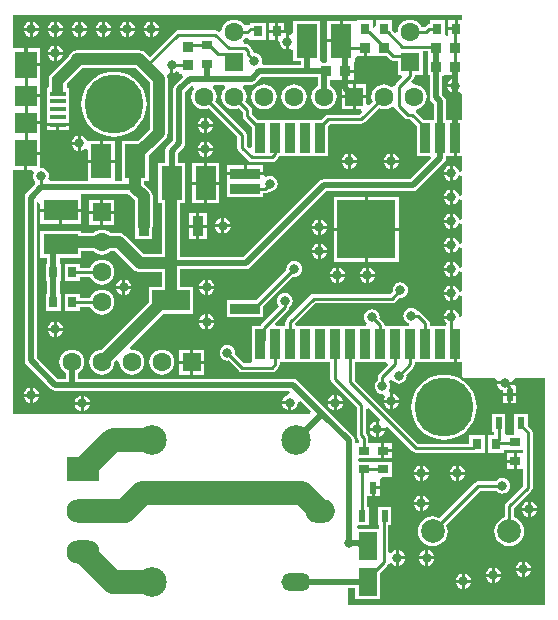
<source format=gtl>
G04 Layer_Physical_Order=1*
G04 Layer_Color=255*
%FSLAX44Y44*%
%MOMM*%
G71*
G01*
G75*
%ADD10R,0.9500X0.8000*%
%ADD11R,0.9500X0.9500*%
%ADD12R,1.3500X0.4000*%
%ADD13R,1.3500X0.3000*%
%ADD14R,1.9000X2.3000*%
%ADD15R,1.9000X1.8000*%
%ADD16R,0.8000X0.9500*%
%ADD17R,1.8000X2.9000*%
%ADD18R,0.9500X0.9500*%
%ADD19R,0.9000X2.5400*%
%ADD20R,2.5400X0.9000*%
%ADD21R,5.0000X5.0000*%
%ADD22R,2.9000X1.8000*%
%ADD23R,0.9500X1.7500*%
%ADD24R,3.2000X1.7500*%
%ADD25R,1.5500X2.4000*%
%ADD26R,0.6000X1.0000*%
%ADD27C,2.0000*%
%ADD28C,0.5000*%
%ADD29C,0.2540*%
%ADD30C,1.0000*%
%ADD31C,0.5080*%
%ADD32C,1.6000*%
%ADD33R,1.6000X1.6000*%
%ADD34R,1.6000X1.6000*%
%ADD35C,5.0000*%
%ADD36O,2.5000X2.0000*%
%ADD37C,2.5000*%
%ADD38O,2.5000X1.5000*%
%ADD39R,2.8000X2.0000*%
%ADD40O,2.8000X2.0000*%
%ADD41C,2.0000*%
%ADD42C,0.8000*%
G36*
X379910Y495290D02*
X376270D01*
Y488000D01*
X375000D01*
Y486730D01*
X368460D01*
Y482999D01*
X367023Y481899D01*
X365540Y482590D01*
Y495290D01*
X352460D01*
Y491883D01*
X352108D01*
X350622Y491587D01*
X349361Y490745D01*
X348180Y489563D01*
X345496Y489896D01*
X345207Y490596D01*
X343517Y492797D01*
X341315Y494487D01*
X338751Y495549D01*
X336000Y495911D01*
X333248Y495549D01*
X330685Y494487D01*
X328483Y492797D01*
X326793Y490596D01*
X325731Y488032D01*
X325420Y485666D01*
X324344Y484997D01*
X322897Y484597D01*
X320540Y486954D01*
Y495290D01*
X307460D01*
Y490496D01*
X304920Y489138D01*
X304540Y489392D01*
Y495290D01*
X291476D01*
X291460Y495290D01*
X289024Y495040D01*
X288920Y495040D01*
X278770D01*
Y478000D01*
X277500D01*
Y476730D01*
X265960D01*
Y461830D01*
X265960Y460960D01*
X264112Y459290D01*
X261888D01*
X260040Y460960D01*
Y495040D01*
X236960D01*
Y484638D01*
X236545Y484157D01*
X234420Y483075D01*
X233707Y483371D01*
X233270Y483428D01*
Y476999D01*
Y470570D01*
X233707Y470627D01*
X234420Y470923D01*
X236545Y469841D01*
X236960Y469360D01*
Y460960D01*
X243321D01*
Y457179D01*
X212246D01*
X210861Y458741D01*
X210428Y459720D01*
X210596Y461000D01*
X210372Y462707D01*
X209713Y464298D01*
X208664Y465664D01*
X207298Y466713D01*
X205707Y467372D01*
X204000Y467596D01*
X202595Y469458D01*
X202299Y470945D01*
X201457Y472205D01*
X199225Y474437D01*
X197965Y475279D01*
X196478Y475575D01*
X195738D01*
X195027Y476753D01*
X194687Y478115D01*
X196107Y479964D01*
X196223Y480246D01*
X198436Y480579D01*
X200460Y478783D01*
Y478710D01*
X213540D01*
Y493290D01*
X200460D01*
Y491776D01*
X199512Y491587D01*
X198676Y491029D01*
X197763Y490875D01*
X195413Y491499D01*
X194417Y492797D01*
X192215Y494487D01*
X189652Y495549D01*
X186900Y495911D01*
X184149Y495549D01*
X181584Y494487D01*
X179383Y492797D01*
X177693Y490596D01*
X176631Y488032D01*
X176448Y486638D01*
X173766Y485728D01*
X173747Y485747D01*
X172487Y486589D01*
X171000Y486885D01*
X139500D01*
X138013Y486589D01*
X136753Y485747D01*
X115361Y464354D01*
X112058Y467658D01*
X110483Y468866D01*
X108648Y469626D01*
X106680Y469885D01*
X54000D01*
X52032Y469626D01*
X50198Y468866D01*
X48622Y467658D01*
X47414Y466082D01*
X47056Y465218D01*
X30669Y448831D01*
X30107Y447991D01*
X29910Y447000D01*
X29910Y439240D01*
X28210Y437540D01*
X28210D01*
Y428460D01*
Y415960D01*
Y409460D01*
Y408270D01*
X37500D01*
X46790D01*
Y409460D01*
Y415960D01*
Y428460D01*
Y437540D01*
X45090D01*
Y441427D01*
X58337Y454675D01*
X103530D01*
X107352Y450852D01*
X115585Y442620D01*
Y403200D01*
X105345Y392960D01*
X91860D01*
Y358929D01*
X85940D01*
Y374650D01*
X74400D01*
X62860D01*
Y358929D01*
X31264D01*
X29705Y361469D01*
X29812Y361727D01*
X30036Y363435D01*
X29812Y365142D01*
X29153Y366733D01*
X28104Y368099D01*
X26738Y369147D01*
X25147Y369807D01*
X23440Y370031D01*
X22790Y370602D01*
Y381230D01*
X12020D01*
Y368460D01*
X15851D01*
X16373Y367979D01*
X17391Y365920D01*
X17068Y365142D01*
X16844Y363435D01*
X17068Y361727D01*
X17727Y360137D01*
X18776Y358770D01*
X18366Y356061D01*
X11125Y348820D01*
X10002Y347140D01*
X9608Y345157D01*
Y207463D01*
X10002Y205480D01*
X11125Y203800D01*
X31837Y183088D01*
X33518Y181965D01*
X35500Y181570D01*
X233458D01*
X234230Y180511D01*
X232983Y177910D01*
X232543Y177852D01*
X230952Y177193D01*
X229586Y176144D01*
X228537Y174778D01*
X227878Y173187D01*
X227821Y172750D01*
X234250D01*
Y171480D01*
X235520D01*
Y165051D01*
X235957Y165108D01*
X237548Y165767D01*
X238914Y166816D01*
X239963Y168182D01*
X240622Y169773D01*
X240846Y171480D01*
X240807Y171775D01*
X243213Y172962D01*
X251983Y164192D01*
X250931Y161652D01*
X0Y161652D01*
Y368460D01*
X9480D01*
Y382500D01*
X10750D01*
Y383770D01*
X22790D01*
Y396540D01*
X22790D01*
Y396960D01*
X22790D01*
Y407230D01*
X10750D01*
Y409770D01*
X22790D01*
Y419960D01*
Y430230D01*
X10750D01*
Y432770D01*
X22790D01*
Y443040D01*
X22790D01*
Y443460D01*
X22790D01*
Y456230D01*
X10750D01*
Y457500D01*
X9480D01*
Y471540D01*
X0D01*
Y500000D01*
X379910D01*
Y495290D01*
D02*
G37*
G36*
X375270Y205560D02*
X379910D01*
Y195000D01*
X380107Y194009D01*
X380669Y193169D01*
X381509Y192607D01*
X382500Y192410D01*
X408145D01*
X409871Y189968D01*
X409867Y189870D01*
X409821Y189520D01*
X416250D01*
Y186980D01*
X409821D01*
X409878Y186543D01*
X410537Y184952D01*
X411586Y183586D01*
X412952Y182537D01*
X414543Y181878D01*
X414830Y181840D01*
Y179640D01*
X420370D01*
X425910D01*
Y185910D01*
X424966D01*
X422846Y188250D01*
X422633Y189870D01*
X422629Y189968D01*
X424355Y192410D01*
X450000D01*
X450000Y-0D01*
X283500Y-0D01*
Y14861D01*
X289710D01*
Y5210D01*
X310290D01*
Y27296D01*
X316437Y33443D01*
X317279Y34703D01*
X317349Y35055D01*
X320065Y35689D01*
X320336Y35336D01*
X321702Y34287D01*
X323293Y33628D01*
X323730Y33571D01*
Y40000D01*
Y46429D01*
X323293Y46372D01*
X321702Y45713D01*
X320336Y44664D01*
X320115Y44376D01*
X317575Y45239D01*
Y68090D01*
X319840D01*
Y83170D01*
X308760D01*
Y68090D01*
X309805D01*
Y64790D01*
X291698D01*
X290783Y66366D01*
X291799Y68090D01*
X300840D01*
Y83170D01*
X299185D01*
Y89581D01*
X299260Y92090D01*
X301725Y92090D01*
X303530D01*
Y99630D01*
X304800D01*
Y100900D01*
X310340D01*
Y105920D01*
X310340Y107170D01*
X312346Y108460D01*
X320290D01*
Y121540D01*
X305710D01*
Y121540D01*
X304290D01*
Y121540D01*
X292292D01*
X291437Y123000D01*
X292292Y124460D01*
X303170D01*
X305000Y124460D01*
X306830Y124460D01*
X311730D01*
Y131000D01*
Y137540D01*
X306830D01*
X305000Y137540D01*
X303175Y137540D01*
X300635Y137551D01*
Y141750D01*
X300339Y143237D01*
X299497Y144497D01*
X298525Y145469D01*
Y166099D01*
X301065Y167152D01*
X310498Y157718D01*
X310180Y156776D01*
X309270Y155556D01*
Y150270D01*
X314556D01*
X315776Y151180D01*
X316718Y151498D01*
X337963Y130253D01*
X339223Y129411D01*
X340710Y129115D01*
X389250D01*
X389725Y129210D01*
X399290D01*
Y143790D01*
X386210D01*
Y136885D01*
X342319D01*
X288985Y190219D01*
Y205560D01*
X315854D01*
X316906Y203020D01*
X309673Y195787D01*
X308831Y194527D01*
X308535Y193040D01*
Y190683D01*
X307756Y190084D01*
X306707Y188718D01*
X306048Y187127D01*
X305824Y185420D01*
X306048Y183713D01*
X306707Y182122D01*
X307756Y180756D01*
X309122Y179707D01*
X310713Y179048D01*
X312420Y178824D01*
X313398Y178952D01*
X314739Y177066D01*
X314852Y176702D01*
X314327Y176018D01*
X313668Y174427D01*
X313611Y173990D01*
X318770D01*
Y179598D01*
X317721Y181074D01*
X317608Y181438D01*
X318133Y182122D01*
X318792Y183713D01*
X319016Y185420D01*
X318792Y187127D01*
X318133Y188718D01*
X318975Y190919D01*
X320677Y191012D01*
X321726Y189646D01*
X323092Y188597D01*
X324683Y187938D01*
X326390Y187714D01*
X328097Y187938D01*
X329688Y188597D01*
X331054Y189646D01*
X332103Y191012D01*
X332762Y192603D01*
X332986Y194310D01*
X332858Y195284D01*
X338647Y201073D01*
X339489Y202333D01*
X339785Y203820D01*
Y205560D01*
X372730D01*
Y220800D01*
X375270D01*
Y205560D01*
D02*
G37*
G36*
X350710Y464710D02*
X350710D01*
Y463290D01*
X350710D01*
Y448710D01*
X352821D01*
Y430000D01*
X353215Y428018D01*
X354338Y426338D01*
X356120Y424555D01*
Y411240D01*
X347364D01*
X340976Y417628D01*
X341229Y419287D01*
X341762Y420293D01*
X342052Y420331D01*
X344616Y421393D01*
X346817Y423083D01*
X348507Y425285D01*
X349569Y427849D01*
X349931Y430600D01*
X349569Y433352D01*
X348507Y435915D01*
X346817Y438117D01*
X344616Y439807D01*
X342052Y440869D01*
X339300Y441231D01*
X338168Y441082D01*
X336981Y443488D01*
X338747Y445253D01*
X339589Y446513D01*
X339885Y448000D01*
Y449340D01*
X346540D01*
Y469075D01*
X350710D01*
Y464710D01*
D02*
G37*
G36*
X135270Y450571D02*
X135707Y450628D01*
X137298Y451287D01*
X138170Y451956D01*
X139887Y451435D01*
X140710Y450829D01*
Y449710D01*
X142543D01*
X143595Y447170D01*
X136838Y440412D01*
X135715Y438732D01*
X135321Y436750D01*
Y393645D01*
X130337Y388662D01*
X129215Y386982D01*
X128820Y385000D01*
Y374290D01*
X122460D01*
Y340210D01*
X125745D01*
Y321060D01*
Y297165D01*
X110390D01*
X94768Y312788D01*
X93193Y313996D01*
X91358Y314756D01*
X89390Y315015D01*
X82403D01*
X80316Y316617D01*
X77751Y317679D01*
X75000Y318041D01*
X72249Y317679D01*
X69685Y316617D01*
X67597Y315015D01*
X57040D01*
Y317040D01*
X22960D01*
Y293960D01*
X28821D01*
Y289300D01*
X27460D01*
Y274720D01*
X28821D01*
Y263900D01*
X27460D01*
Y249320D01*
X40540D01*
Y263900D01*
X39179D01*
Y274720D01*
X40540D01*
Y289300D01*
X39179D01*
Y293960D01*
X57040D01*
Y299805D01*
X67597D01*
X69685Y298203D01*
X72249Y297141D01*
X75000Y296779D01*
X77751Y297141D01*
X80316Y298203D01*
X82403Y299805D01*
X86240D01*
X101862Y284182D01*
X103438Y282974D01*
X104197Y282659D01*
X105272Y282214D01*
X107240Y281955D01*
X125745D01*
Y269350D01*
X114810D01*
Y256375D01*
X74857Y216422D01*
X72249Y216079D01*
X69685Y215017D01*
X67483Y213327D01*
X65793Y211126D01*
X64731Y208561D01*
X64369Y205810D01*
X64731Y203058D01*
X65793Y200494D01*
X67483Y198293D01*
X69685Y196603D01*
X72249Y195541D01*
X75000Y195179D01*
X77751Y195541D01*
X80316Y196603D01*
X82517Y198293D01*
X84207Y200494D01*
X85269Y203058D01*
X85612Y205667D01*
X87427Y207482D01*
X89833Y206296D01*
X89769Y205810D01*
X90131Y203058D01*
X91193Y200494D01*
X92883Y198293D01*
X95084Y196603D01*
X97648Y195541D01*
X100400Y195179D01*
X103152Y195541D01*
X105716Y196603D01*
X107917Y198293D01*
X109607Y200494D01*
X110669Y203058D01*
X111031Y205810D01*
X110669Y208561D01*
X109607Y211126D01*
X107917Y213327D01*
X105716Y215017D01*
X103152Y216079D01*
X100400Y216441D01*
X99914Y216377D01*
X98728Y218783D01*
X126715Y246770D01*
X151890D01*
Y269350D01*
X140955D01*
Y284380D01*
X196850D01*
X198832Y284775D01*
X200513Y285898D01*
X265035Y350420D01*
X338115D01*
X340097Y350815D01*
X341777Y351937D01*
X364963Y375122D01*
X366085Y376803D01*
X366479Y378785D01*
Y380760D01*
X372730D01*
Y396000D01*
Y411240D01*
X366479D01*
Y426700D01*
X366085Y428682D01*
X364963Y430363D01*
X363180Y432145D01*
Y447673D01*
X365290Y448710D01*
X366710D01*
Y448710D01*
X371301D01*
X371806Y446170D01*
X370702Y445713D01*
X369336Y444664D01*
X368287Y443298D01*
X367628Y441707D01*
X367571Y441270D01*
X374000D01*
Y440000D01*
X375270D01*
Y433571D01*
X375707Y433628D01*
X377298Y434287D01*
X377370Y434343D01*
X379910Y433090D01*
Y411240D01*
X375270D01*
Y396000D01*
Y380760D01*
X379910D01*
Y367684D01*
X377370Y367125D01*
X377212Y367467D01*
X377191Y367518D01*
X377134Y367655D01*
X376553Y369058D01*
X375504Y370424D01*
X374138Y371473D01*
X372547Y372132D01*
X372110Y372189D01*
Y365760D01*
Y359331D01*
X372547Y359388D01*
X374138Y360047D01*
X375504Y361096D01*
X376553Y362462D01*
X377134Y363865D01*
X377191Y364002D01*
X377212Y364053D01*
X377370Y364395D01*
X379910Y363836D01*
X379910Y347364D01*
X377370Y346805D01*
X377212Y347147D01*
X377191Y347198D01*
X377134Y347335D01*
X376553Y348738D01*
X375504Y350104D01*
X374138Y351153D01*
X372547Y351812D01*
X372110Y351869D01*
Y345440D01*
Y339011D01*
X372547Y339068D01*
X374138Y339727D01*
X375504Y340776D01*
X376553Y342142D01*
X377134Y343545D01*
X377191Y343682D01*
X377212Y343733D01*
X377370Y344075D01*
X379910Y343516D01*
Y327044D01*
X377370Y326485D01*
X377212Y326827D01*
X377191Y326878D01*
X377134Y327015D01*
X376553Y328418D01*
X375504Y329784D01*
X374138Y330833D01*
X372547Y331492D01*
X372110Y331549D01*
Y325120D01*
Y318691D01*
X372547Y318748D01*
X374138Y319407D01*
X375504Y320456D01*
X376553Y321822D01*
X377134Y323225D01*
X377191Y323362D01*
X377212Y323413D01*
X377370Y323755D01*
X379910Y323196D01*
Y306724D01*
X377370Y306165D01*
X377212Y306507D01*
X377191Y306558D01*
X377134Y306695D01*
X376553Y308098D01*
X375504Y309464D01*
X374138Y310513D01*
X372547Y311172D01*
X372110Y311229D01*
Y304800D01*
Y298371D01*
X372547Y298428D01*
X374138Y299087D01*
X375504Y300136D01*
X376553Y301502D01*
X377134Y302905D01*
X377191Y303042D01*
X377212Y303093D01*
X377370Y303435D01*
X379910Y302876D01*
Y286404D01*
X377370Y285845D01*
X377212Y286187D01*
X377191Y286238D01*
X377134Y286375D01*
X376553Y287778D01*
X375504Y289144D01*
X374138Y290193D01*
X372547Y290852D01*
X372110Y290909D01*
Y284480D01*
Y278051D01*
X372547Y278108D01*
X374138Y278767D01*
X375504Y279816D01*
X376553Y281182D01*
X377134Y282585D01*
X377191Y282722D01*
X377212Y282773D01*
X377370Y283115D01*
X379910Y282556D01*
Y266084D01*
X377370Y265525D01*
X377212Y265867D01*
X377191Y265918D01*
X377134Y266055D01*
X376553Y267458D01*
X375504Y268824D01*
X374138Y269873D01*
X372547Y270532D01*
X372110Y270589D01*
Y264160D01*
Y257731D01*
X372547Y257788D01*
X374138Y258447D01*
X375504Y259496D01*
X376553Y260862D01*
X377134Y262265D01*
X377191Y262402D01*
X377212Y262453D01*
X377370Y262795D01*
X379910Y262236D01*
Y244509D01*
X377370Y244343D01*
X377212Y245547D01*
X376553Y247138D01*
X375504Y248504D01*
X374138Y249553D01*
X372547Y250212D01*
X372110Y250269D01*
Y243840D01*
X370840D01*
Y242570D01*
X364411D01*
X364468Y242133D01*
X365127Y240542D01*
X366176Y239176D01*
X366952Y238580D01*
X366265Y236040D01*
X352485D01*
Y239150D01*
X352189Y240637D01*
X351347Y241897D01*
X345497Y247747D01*
X344237Y248589D01*
X342750Y248885D01*
X342013D01*
X341414Y249664D01*
X340048Y250713D01*
X338457Y251372D01*
X336750Y251596D01*
X335043Y251372D01*
X333452Y250713D01*
X332086Y249664D01*
X331037Y248298D01*
X330378Y246707D01*
X330154Y245000D01*
X330378Y243293D01*
X331037Y241702D01*
X332086Y240336D01*
X333452Y239287D01*
X335043Y238628D01*
X335410Y238580D01*
X335243Y236040D01*
X314385D01*
Y236870D01*
X314089Y238357D01*
X313247Y239617D01*
X309998Y242866D01*
X310126Y243840D01*
X309902Y245547D01*
X309243Y247138D01*
X308194Y248504D01*
X306828Y249553D01*
X305237Y250212D01*
X303530Y250436D01*
X301823Y250212D01*
X300232Y249553D01*
X298866Y248504D01*
X297817Y247138D01*
X297158Y245547D01*
X296934Y243840D01*
X297158Y242133D01*
X297817Y240542D01*
X298866Y239176D01*
X299642Y238580D01*
X298955Y236040D01*
X239727D01*
X238824Y238580D01*
X255859Y255615D01*
X320460D01*
X321947Y255911D01*
X323207Y256753D01*
X326686Y260232D01*
X327660Y260104D01*
X329367Y260328D01*
X330958Y260987D01*
X332324Y262036D01*
X333373Y263402D01*
X334032Y264993D01*
X334256Y266700D01*
X334032Y268407D01*
X333373Y269998D01*
X332324Y271364D01*
X330958Y272413D01*
X329367Y273072D01*
X327660Y273296D01*
X325953Y273072D01*
X324362Y272413D01*
X322996Y271364D01*
X321947Y269998D01*
X321288Y268407D01*
X321064Y266700D01*
X321192Y265726D01*
X318851Y263385D01*
X254250D01*
X252763Y263089D01*
X251503Y262247D01*
X231553Y242297D01*
X230711Y241037D01*
X230415Y239550D01*
Y236040D01*
X222262D01*
X221290Y238387D01*
X232617Y249713D01*
X233459Y250973D01*
X233755Y252460D01*
Y252547D01*
X234534Y253146D01*
X235583Y254512D01*
X236242Y256103D01*
X236466Y257810D01*
X236242Y259517D01*
X235583Y261108D01*
X234534Y262474D01*
X233168Y263523D01*
X231577Y264182D01*
X229870Y264406D01*
X228163Y264182D01*
X226572Y263523D01*
X225206Y262474D01*
X224157Y261108D01*
X223498Y259517D01*
X223274Y257810D01*
X223498Y256103D01*
X224157Y254512D01*
X225143Y253227D01*
X209503Y237587D01*
X208661Y236327D01*
X208604Y236040D01*
X201860D01*
Y205560D01*
X199496Y205135D01*
X195329D01*
X187718Y212746D01*
X187846Y213720D01*
X187622Y215427D01*
X186963Y217018D01*
X185914Y218384D01*
X184548Y219433D01*
X182957Y220092D01*
X181250Y220316D01*
X179543Y220092D01*
X177952Y219433D01*
X176586Y218384D01*
X175537Y217018D01*
X174878Y215427D01*
X174654Y213720D01*
X174878Y212013D01*
X175537Y210422D01*
X176586Y209056D01*
X177952Y208007D01*
X179543Y207348D01*
X181250Y207124D01*
X182224Y207252D01*
X190973Y198503D01*
X192233Y197661D01*
X193720Y197365D01*
X219030D01*
X220517Y197661D01*
X221777Y198503D01*
X224347Y201073D01*
X225189Y202333D01*
X225485Y203820D01*
Y205560D01*
X268515D01*
Y191350D01*
X268811Y189863D01*
X269653Y188603D01*
X290755Y167501D01*
Y143860D01*
X291051Y142373D01*
X291893Y141113D01*
X292865Y140141D01*
Y137540D01*
X289710D01*
X289113Y139833D01*
X288785Y141482D01*
X287663Y143162D01*
X265287Y165537D01*
X240413Y190413D01*
X238732Y191535D01*
X236750Y191929D01*
X54780D01*
Y196547D01*
X54915Y196603D01*
X57117Y198293D01*
X58807Y200494D01*
X59869Y203058D01*
X60231Y205810D01*
X59869Y208561D01*
X58807Y211126D01*
X57117Y213327D01*
X54915Y215017D01*
X52351Y216079D01*
X49600Y216441D01*
X46849Y216079D01*
X44285Y215017D01*
X42083Y213327D01*
X40393Y211126D01*
X39331Y208561D01*
X38969Y205810D01*
X39331Y203058D01*
X40393Y200494D01*
X42083Y198293D01*
X44285Y196603D01*
X44420Y196547D01*
Y191929D01*
X37645D01*
X19967Y209608D01*
Y341177D01*
X20420Y341479D01*
X22960Y340122D01*
Y335770D01*
X40000D01*
X57040D01*
Y346040D01*
X57040D01*
X57063Y348571D01*
X97341D01*
X98022Y347682D01*
X102745Y342960D01*
Y321060D01*
X103004Y319092D01*
X103060Y318957D01*
Y309770D01*
X117640D01*
Y318957D01*
X117696Y319092D01*
X117955Y321060D01*
Y346110D01*
X117696Y348078D01*
X116936Y349912D01*
X115728Y351488D01*
X111005Y356210D01*
Y358880D01*
X114940D01*
Y381045D01*
X128568Y394672D01*
X129776Y396247D01*
X130536Y398082D01*
X130795Y400050D01*
Y445770D01*
X130536Y447738D01*
X130102Y448787D01*
X131830Y450774D01*
X131876Y450801D01*
X132293Y450628D01*
X132730Y450571D01*
Y457000D01*
X135270D01*
Y450571D01*
D02*
G37*
G36*
X299270Y464710D02*
X305290D01*
X305290Y464710D01*
X306710D01*
Y464710D01*
X307830Y464710D01*
X316296D01*
X318753Y462253D01*
X320013Y461411D01*
X321500Y461115D01*
X325460D01*
Y449340D01*
X328528D01*
X329500Y446993D01*
X323643Y441137D01*
X322967Y440126D01*
X322556Y439812D01*
X320067Y439153D01*
X319216Y439807D01*
X316651Y440869D01*
X313900Y441231D01*
X311148Y440869D01*
X308584Y439807D01*
X306383Y438117D01*
X304693Y435915D01*
X303631Y433352D01*
X303269Y430600D01*
X303631Y427849D01*
X304224Y426418D01*
X301387Y423580D01*
X299040Y424552D01*
Y429330D01*
X289770D01*
Y420060D01*
X294548D01*
X295520Y417713D01*
X293171Y415365D01*
X266700D01*
X265213Y415069D01*
X263953Y414227D01*
X260966Y411240D01*
X206394D01*
X202005Y415629D01*
Y419380D01*
X201709Y420867D01*
X200867Y422127D01*
X196576Y426418D01*
X197169Y427849D01*
X197531Y430600D01*
X197169Y433352D01*
X196107Y435915D01*
X194468Y438050D01*
X194513Y438367D01*
X195366Y440591D01*
X201770D01*
X203752Y440985D01*
X205432Y442108D01*
X210145Y446820D01*
X257710D01*
Y444710D01*
X257920D01*
Y439863D01*
X257785Y439807D01*
X255583Y438117D01*
X253893Y435915D01*
X252831Y433352D01*
X252469Y430600D01*
X252831Y427849D01*
X253893Y425285D01*
X255583Y423083D01*
X257785Y421393D01*
X260348Y420331D01*
X263100Y419969D01*
X265851Y420331D01*
X268416Y421393D01*
X270617Y423083D01*
X272307Y425285D01*
X273369Y427849D01*
X273731Y430600D01*
X273369Y433352D01*
X272307Y435915D01*
X270617Y438117D01*
X268416Y439807D01*
X268279Y439863D01*
Y444710D01*
X273000Y444710D01*
X274830Y444710D01*
X279730D01*
Y452000D01*
X281000D01*
Y453270D01*
X288290D01*
X288290Y458731D01*
X289040Y460960D01*
X289040Y461519D01*
Y462862D01*
X290710Y464710D01*
X291580Y464710D01*
X296730D01*
Y472000D01*
X299270D01*
Y464710D01*
D02*
G37*
G36*
X62250Y467000D02*
Y462250D01*
X42500Y442500D01*
Y432500D01*
X32500Y432500D01*
X32500Y447000D01*
X52500Y467000D01*
X62250Y467000D01*
D02*
G37*
G36*
X151787Y439428D02*
X152871Y436669D01*
X152293Y435915D01*
X151231Y433352D01*
X150869Y430600D01*
X151231Y427849D01*
X152293Y425285D01*
X153983Y423083D01*
X156185Y421393D01*
X158749Y420331D01*
X161500Y419969D01*
X164251Y420331D01*
X165682Y420924D01*
X189816Y396791D01*
Y387300D01*
X190111Y385813D01*
X190953Y384553D01*
X199003Y376503D01*
X200263Y375661D01*
X201750Y375365D01*
X219230D01*
X220717Y375661D01*
X221977Y376503D01*
X224347Y378873D01*
X225189Y380133D01*
X225314Y380760D01*
X266740D01*
Y406026D01*
X268309Y407595D01*
X294780D01*
X296267Y407891D01*
X297527Y408733D01*
X309718Y420924D01*
X311148Y420331D01*
X313900Y419969D01*
X316651Y420331D01*
X319216Y421393D01*
X320085Y422060D01*
X322378Y421523D01*
X322998Y421128D01*
X323643Y420163D01*
X331263Y412543D01*
X332523Y411701D01*
X334010Y411405D01*
X336211D01*
X341560Y406056D01*
Y380760D01*
X352631D01*
X353603Y378413D01*
X335970Y360779D01*
X262890D01*
X260908Y360385D01*
X259228Y359263D01*
X194705Y294739D01*
X140955D01*
Y321060D01*
Y340210D01*
X145540D01*
Y374290D01*
X139179D01*
Y382855D01*
X144163Y387837D01*
X145285Y389518D01*
X145680Y391500D01*
Y434605D01*
X150688Y439613D01*
X151787Y439428D01*
D02*
G37*
G36*
X179287Y438367D02*
X179332Y438050D01*
X177693Y435915D01*
X176631Y433352D01*
X176269Y430600D01*
X176631Y427849D01*
X177693Y425285D01*
X179383Y423083D01*
X181584Y421393D01*
X184149Y420331D01*
X186900Y419969D01*
X189652Y420331D01*
X191082Y420924D01*
X194235Y417771D01*
Y414020D01*
X194531Y412533D01*
X195373Y411273D01*
X201860Y404786D01*
Y387952D01*
X199513Y386980D01*
X197585Y388909D01*
Y398400D01*
X197289Y399886D01*
X196447Y401147D01*
X171176Y426418D01*
X171769Y427849D01*
X172131Y430600D01*
X171769Y433352D01*
X170707Y435915D01*
X169068Y438050D01*
X169113Y438367D01*
X169966Y440591D01*
X178434D01*
X179287Y438367D01*
D02*
G37*
%LPC*%
G36*
X13970Y184229D02*
X13533Y184172D01*
X11942Y183513D01*
X10576Y182464D01*
X9527Y181098D01*
X8868Y179507D01*
X8811Y179070D01*
X13970D01*
Y184229D01*
D02*
G37*
G36*
X56980Y177429D02*
X56543Y177372D01*
X54952Y176713D01*
X53586Y175664D01*
X52537Y174298D01*
X51878Y172707D01*
X51821Y172270D01*
X56980D01*
Y177429D01*
D02*
G37*
G36*
X59520D02*
Y172270D01*
X64679D01*
X64622Y172707D01*
X63963Y174298D01*
X62914Y175664D01*
X61548Y176713D01*
X59957Y177372D01*
X59520Y177429D01*
D02*
G37*
G36*
X21669Y176530D02*
X16510D01*
Y171371D01*
X16947Y171428D01*
X18538Y172087D01*
X19904Y173136D01*
X20953Y174502D01*
X21612Y176093D01*
X21669Y176530D01*
D02*
G37*
G36*
X16510Y184229D02*
Y179070D01*
X21669D01*
X21612Y179507D01*
X20953Y181098D01*
X19904Y182464D01*
X18538Y183513D01*
X16947Y184172D01*
X16510Y184229D01*
D02*
G37*
G36*
X13970Y176530D02*
X8811D01*
X8868Y176093D01*
X9527Y174502D01*
X10576Y173136D01*
X11942Y172087D01*
X13533Y171428D01*
X13970Y171371D01*
Y176530D01*
D02*
G37*
G36*
X56980Y169730D02*
X51821D01*
X51878Y169293D01*
X52537Y167702D01*
X53586Y166336D01*
X54952Y165287D01*
X56543Y164628D01*
X56980Y164571D01*
Y169730D01*
D02*
G37*
G36*
X64679D02*
X59520D01*
Y164571D01*
X59957Y164628D01*
X61548Y165287D01*
X62914Y166336D01*
X63963Y167702D01*
X64622Y169293D01*
X64679Y169730D01*
D02*
G37*
G36*
X232980Y170210D02*
X227821D01*
X227878Y169773D01*
X228537Y168182D01*
X229586Y166816D01*
X230952Y165767D01*
X232543Y165108D01*
X232980Y165051D01*
Y170210D01*
D02*
G37*
G36*
X22790Y471540D02*
X12020D01*
Y458770D01*
X22790D01*
Y471540D01*
D02*
G37*
G36*
X34290Y466090D02*
X29131D01*
X29188Y465653D01*
X29847Y464062D01*
X30896Y462696D01*
X32262Y461647D01*
X33853Y460988D01*
X34290Y460931D01*
Y466090D01*
D02*
G37*
G36*
X41989D02*
X36830D01*
Y460931D01*
X37267Y460988D01*
X38858Y461647D01*
X40224Y462696D01*
X41273Y464062D01*
X41932Y465653D01*
X41989Y466090D01*
D02*
G37*
G36*
X221730Y484730D02*
X216460D01*
Y478710D01*
X221730D01*
Y484730D01*
D02*
G37*
G36*
X276230Y495040D02*
X265960D01*
Y479270D01*
X276230D01*
Y495040D01*
D02*
G37*
G36*
X13970Y486410D02*
X8811D01*
X8868Y485973D01*
X9527Y484382D01*
X10576Y483016D01*
X11942Y481967D01*
X13533Y481308D01*
X13970Y481251D01*
Y486410D01*
D02*
G37*
G36*
X34290Y473789D02*
X33853Y473732D01*
X32262Y473073D01*
X30896Y472024D01*
X29847Y470658D01*
X29188Y469067D01*
X29131Y468630D01*
X34290D01*
Y473789D01*
D02*
G37*
G36*
X36830D02*
Y468630D01*
X41989D01*
X41932Y469067D01*
X41273Y470658D01*
X40224Y472024D01*
X38858Y473073D01*
X37267Y473732D01*
X36830Y473789D01*
D02*
G37*
G36*
X230639Y484730D02*
X224270D01*
Y477829D01*
X225403Y476999D01*
X225628Y475292D01*
X226287Y473701D01*
X227335Y472335D01*
X228701Y471286D01*
X230292Y470627D01*
X230730Y470570D01*
Y476999D01*
Y484654D01*
X230639Y484730D01*
D02*
G37*
G36*
X36230Y405730D02*
X28210D01*
Y402460D01*
X36230D01*
Y405730D01*
D02*
G37*
G36*
X54610Y397589D02*
X54173Y397532D01*
X52582Y396873D01*
X51216Y395824D01*
X50167Y394458D01*
X49508Y392867D01*
X49451Y392430D01*
X54610D01*
Y397589D01*
D02*
G37*
G36*
X85160Y451875D02*
X80838Y451535D01*
X76623Y450523D01*
X72618Y448864D01*
X68922Y446599D01*
X65626Y443784D01*
X62811Y440488D01*
X60546Y436792D01*
X58887Y432787D01*
X57875Y428572D01*
X57535Y424250D01*
X57875Y419929D01*
X58887Y415713D01*
X60546Y411708D01*
X62811Y408012D01*
X65626Y404716D01*
X68922Y401901D01*
X72618Y399636D01*
X76623Y397977D01*
X80838Y396965D01*
X85160Y396625D01*
X89481Y396965D01*
X93697Y397977D01*
X97702Y399636D01*
X101398Y401901D01*
X104694Y404716D01*
X107509Y408012D01*
X109774Y411708D01*
X111433Y415713D01*
X112445Y419929D01*
X112785Y424250D01*
X112445Y428572D01*
X111433Y432787D01*
X109774Y436792D01*
X107509Y440488D01*
X104694Y443784D01*
X101398Y446599D01*
X97702Y448864D01*
X93697Y450523D01*
X89481Y451535D01*
X85160Y451875D01*
D02*
G37*
G36*
X46790Y405730D02*
X38770D01*
Y402460D01*
X46790D01*
Y405730D01*
D02*
G37*
G36*
X21669Y486410D02*
X16510D01*
Y481251D01*
X16947Y481308D01*
X18538Y481967D01*
X19904Y483016D01*
X20953Y484382D01*
X21612Y485973D01*
X21669Y486410D01*
D02*
G37*
G36*
X54610Y494109D02*
X54173Y494052D01*
X52582Y493393D01*
X51216Y492344D01*
X50167Y490978D01*
X49508Y489387D01*
X49451Y488950D01*
X54610D01*
Y494109D01*
D02*
G37*
G36*
X57150D02*
Y488950D01*
X62309D01*
X62252Y489387D01*
X61593Y490978D01*
X60544Y492344D01*
X59178Y493393D01*
X57587Y494052D01*
X57150Y494109D01*
D02*
G37*
G36*
X74930D02*
X74493Y494052D01*
X72902Y493393D01*
X71536Y492344D01*
X70487Y490978D01*
X69828Y489387D01*
X69771Y488950D01*
X74930D01*
Y494109D01*
D02*
G37*
G36*
X16510D02*
Y488950D01*
X21669D01*
X21612Y489387D01*
X20953Y490978D01*
X19904Y492344D01*
X18538Y493393D01*
X16947Y494052D01*
X16510Y494109D01*
D02*
G37*
G36*
X34290D02*
X33853Y494052D01*
X32262Y493393D01*
X30896Y492344D01*
X29847Y490978D01*
X29188Y489387D01*
X29131Y488950D01*
X34290D01*
Y494109D01*
D02*
G37*
G36*
X36830D02*
Y488950D01*
X41989D01*
X41932Y489387D01*
X41273Y490978D01*
X40224Y492344D01*
X38858Y493393D01*
X37267Y494052D01*
X36830Y494109D01*
D02*
G37*
G36*
X115570D02*
X115133Y494052D01*
X113542Y493393D01*
X112176Y492344D01*
X111127Y490978D01*
X110468Y489387D01*
X110411Y488950D01*
X115570D01*
Y494109D01*
D02*
G37*
G36*
X118110D02*
Y488950D01*
X123269D01*
X123212Y489387D01*
X122553Y490978D01*
X121504Y492344D01*
X120138Y493393D01*
X118547Y494052D01*
X118110Y494109D01*
D02*
G37*
G36*
X373730Y495290D02*
X368460D01*
Y489270D01*
X373730D01*
Y495290D01*
D02*
G37*
G36*
X77470Y494109D02*
Y488950D01*
X82629D01*
X82572Y489387D01*
X81913Y490978D01*
X80864Y492344D01*
X79498Y493393D01*
X77907Y494052D01*
X77470Y494109D01*
D02*
G37*
G36*
X95250D02*
X94813Y494052D01*
X93222Y493393D01*
X91856Y492344D01*
X90807Y490978D01*
X90148Y489387D01*
X90091Y488950D01*
X95250D01*
Y494109D01*
D02*
G37*
G36*
X97790D02*
Y488950D01*
X102949D01*
X102892Y489387D01*
X102233Y490978D01*
X101184Y492344D01*
X99818Y493393D01*
X98227Y494052D01*
X97790Y494109D01*
D02*
G37*
G36*
X13970D02*
X13533Y494052D01*
X11942Y493393D01*
X10576Y492344D01*
X9527Y490978D01*
X8868Y489387D01*
X8811Y488950D01*
X13970D01*
Y494109D01*
D02*
G37*
G36*
X62309Y486410D02*
X57150D01*
Y481251D01*
X57587Y481308D01*
X59178Y481967D01*
X60544Y483016D01*
X61593Y484382D01*
X62252Y485973D01*
X62309Y486410D01*
D02*
G37*
G36*
X74930D02*
X69771D01*
X69828Y485973D01*
X70487Y484382D01*
X71536Y483016D01*
X72902Y481967D01*
X74493Y481308D01*
X74930Y481251D01*
Y486410D01*
D02*
G37*
G36*
X82629D02*
X77470D01*
Y481251D01*
X77907Y481308D01*
X79498Y481967D01*
X80864Y483016D01*
X81913Y484382D01*
X82572Y485973D01*
X82629Y486410D01*
D02*
G37*
G36*
X34290D02*
X29131D01*
X29188Y485973D01*
X29847Y484382D01*
X30896Y483016D01*
X32262Y481967D01*
X33853Y481308D01*
X34290Y481251D01*
Y486410D01*
D02*
G37*
G36*
X41989D02*
X36830D01*
Y481251D01*
X37267Y481308D01*
X38858Y481967D01*
X40224Y483016D01*
X41273Y484382D01*
X41932Y485973D01*
X41989Y486410D01*
D02*
G37*
G36*
X54610D02*
X49451D01*
X49508Y485973D01*
X50167Y484382D01*
X51216Y483016D01*
X52582Y481967D01*
X54173Y481308D01*
X54610Y481251D01*
Y486410D01*
D02*
G37*
G36*
X123269D02*
X118110D01*
Y481251D01*
X118547Y481308D01*
X120138Y481967D01*
X121504Y483016D01*
X122553Y484382D01*
X123212Y485973D01*
X123269Y486410D01*
D02*
G37*
G36*
X221730Y493290D02*
X216460D01*
Y487270D01*
X221730D01*
Y493290D01*
D02*
G37*
G36*
X229540D02*
X224270D01*
Y487270D01*
X229540D01*
Y493290D01*
D02*
G37*
G36*
X95250Y486410D02*
X90091D01*
X90148Y485973D01*
X90807Y484382D01*
X91856Y483016D01*
X93222Y481967D01*
X94813Y481308D01*
X95250Y481251D01*
Y486410D01*
D02*
G37*
G36*
X102949D02*
X97790D01*
Y481251D01*
X98227Y481308D01*
X99818Y481967D01*
X101184Y483016D01*
X102233Y484382D01*
X102892Y485973D01*
X102949Y486410D01*
D02*
G37*
G36*
X115570D02*
X110411D01*
X110468Y485973D01*
X111127Y484382D01*
X112176Y483016D01*
X113542Y481967D01*
X115133Y481308D01*
X115570Y481251D01*
Y486410D01*
D02*
G37*
G36*
X54610Y389890D02*
X49451D01*
X49508Y389453D01*
X50167Y387862D01*
X51216Y386496D01*
X52582Y385447D01*
X54173Y384788D01*
X54610Y384731D01*
Y389890D01*
D02*
G37*
G36*
X57150Y397589D02*
Y391160D01*
Y384731D01*
X57587Y384788D01*
X59178Y385447D01*
X60320Y386324D01*
X61274Y386132D01*
X62860Y385341D01*
Y377190D01*
X73130D01*
Y392960D01*
X64801D01*
X63437Y392960D01*
X61667Y394398D01*
X61292Y394850D01*
X60544Y395824D01*
X59178Y396873D01*
X57587Y397532D01*
X57150Y397589D01*
D02*
G37*
G36*
X75670Y392960D02*
Y377190D01*
X85940D01*
Y392960D01*
X75670D01*
D02*
G37*
G36*
X419100Y177100D02*
X414830D01*
Y170830D01*
X419100D01*
Y177100D01*
D02*
G37*
G36*
X321310Y179149D02*
Y173990D01*
X326469D01*
X326412Y174427D01*
X325753Y176018D01*
X324704Y177384D01*
X323338Y178433D01*
X321747Y179092D01*
X321310Y179149D01*
D02*
G37*
G36*
X425910Y177100D02*
X421640D01*
Y170830D01*
X425910D01*
Y177100D01*
D02*
G37*
G36*
X348730Y46429D02*
X348293Y46372D01*
X346702Y45713D01*
X345336Y44664D01*
X344287Y43298D01*
X343628Y41707D01*
X343571Y41270D01*
X348730D01*
Y46429D01*
D02*
G37*
G36*
X351270D02*
Y41270D01*
X356429D01*
X356372Y41707D01*
X355713Y43298D01*
X354664Y44664D01*
X353298Y45713D01*
X351707Y46372D01*
X351270Y46429D01*
D02*
G37*
G36*
X435610Y80010D02*
X430451D01*
X430508Y79573D01*
X431167Y77982D01*
X432216Y76616D01*
X433582Y75567D01*
X435173Y74908D01*
X435610Y74851D01*
Y80010D01*
D02*
G37*
G36*
X348730Y38730D02*
X343571D01*
X343628Y38293D01*
X344287Y36702D01*
X345336Y35336D01*
X346702Y34287D01*
X348293Y33628D01*
X348730Y33571D01*
Y38730D01*
D02*
G37*
G36*
X356429D02*
X351270D01*
Y33571D01*
X351707Y33628D01*
X353298Y34287D01*
X354664Y35336D01*
X355713Y36702D01*
X356372Y38293D01*
X356429Y38730D01*
D02*
G37*
G36*
X326270Y46429D02*
Y41270D01*
X331429D01*
X331372Y41707D01*
X330713Y43298D01*
X329664Y44664D01*
X328298Y45713D01*
X326707Y46372D01*
X326270Y46429D01*
D02*
G37*
G36*
X443309Y80010D02*
X438150D01*
Y74851D01*
X438587Y74908D01*
X440178Y75567D01*
X441544Y76616D01*
X442593Y77982D01*
X443252Y79573D01*
X443309Y80010D01*
D02*
G37*
G36*
X438150Y87709D02*
Y82550D01*
X443309D01*
X443252Y82987D01*
X442593Y84578D01*
X441544Y85944D01*
X440178Y86993D01*
X438587Y87652D01*
X438150Y87709D01*
D02*
G37*
G36*
X344170Y92789D02*
X343733Y92732D01*
X342142Y92073D01*
X340776Y91024D01*
X339727Y89658D01*
X339068Y88067D01*
X339011Y87630D01*
X344170D01*
Y92789D01*
D02*
G37*
G36*
X346710D02*
Y87630D01*
X351869D01*
X351812Y88067D01*
X351153Y89658D01*
X350104Y91024D01*
X348738Y92073D01*
X347147Y92732D01*
X346710Y92789D01*
D02*
G37*
G36*
X344170Y85090D02*
X339011D01*
X339068Y84653D01*
X339727Y83062D01*
X340776Y81696D01*
X342142Y80647D01*
X343733Y79988D01*
X344170Y79931D01*
Y85090D01*
D02*
G37*
G36*
X351869D02*
X346710D01*
Y79931D01*
X347147Y79988D01*
X348738Y80647D01*
X350104Y81696D01*
X351153Y83062D01*
X351812Y84653D01*
X351869Y85090D01*
D02*
G37*
G36*
X435610Y87709D02*
X435173Y87652D01*
X433582Y86993D01*
X432216Y85944D01*
X431167Y84578D01*
X430508Y82987D01*
X430451Y82550D01*
X435610D01*
Y87709D01*
D02*
G37*
G36*
X412829Y24130D02*
X407670D01*
Y18971D01*
X408107Y19028D01*
X409698Y19687D01*
X411064Y20736D01*
X412113Y22102D01*
X412772Y23693D01*
X412829Y24130D01*
D02*
G37*
G36*
X379730Y26749D02*
X379293Y26692D01*
X377702Y26033D01*
X376336Y24984D01*
X375287Y23618D01*
X374628Y22027D01*
X374571Y21590D01*
X379730D01*
Y26749D01*
D02*
G37*
G36*
X382270D02*
Y21590D01*
X387429D01*
X387372Y22027D01*
X386713Y23618D01*
X385664Y24984D01*
X384298Y26033D01*
X382707Y26692D01*
X382270Y26749D01*
D02*
G37*
G36*
X379730Y19050D02*
X374571D01*
X374628Y18613D01*
X375287Y17022D01*
X376336Y15656D01*
X377702Y14607D01*
X379293Y13948D01*
X379730Y13891D01*
Y19050D01*
D02*
G37*
G36*
X387429D02*
X382270D01*
Y13891D01*
X382707Y13948D01*
X384298Y14607D01*
X385664Y15656D01*
X386713Y17022D01*
X387372Y18613D01*
X387429Y19050D01*
D02*
G37*
G36*
X405130Y24130D02*
X399971D01*
X400028Y23693D01*
X400687Y22102D01*
X401736Y20736D01*
X403102Y19687D01*
X404693Y19028D01*
X405130Y18971D01*
Y24130D01*
D02*
G37*
G36*
X430530Y29210D02*
X425371D01*
X425428Y28773D01*
X426087Y27182D01*
X427136Y25816D01*
X428502Y24767D01*
X430093Y24108D01*
X430530Y24051D01*
Y29210D01*
D02*
G37*
G36*
Y36909D02*
X430093Y36852D01*
X428502Y36193D01*
X427136Y35144D01*
X426087Y33778D01*
X425428Y32187D01*
X425371Y31750D01*
X430530D01*
Y36909D01*
D02*
G37*
G36*
X433070D02*
Y31750D01*
X438229D01*
X438172Y32187D01*
X437513Y33778D01*
X436464Y35144D01*
X435098Y36193D01*
X433507Y36852D01*
X433070Y36909D01*
D02*
G37*
G36*
X331429Y38730D02*
X326270D01*
Y33571D01*
X326707Y33628D01*
X328298Y34287D01*
X329664Y35336D01*
X330713Y36702D01*
X331372Y38293D01*
X331429Y38730D01*
D02*
G37*
G36*
X438229Y29210D02*
X433070D01*
Y24051D01*
X433507Y24108D01*
X435098Y24767D01*
X436464Y25816D01*
X437513Y27182D01*
X438172Y28773D01*
X438229Y29210D01*
D02*
G37*
G36*
X405130Y31829D02*
X404693Y31772D01*
X403102Y31113D01*
X401736Y30064D01*
X400687Y28698D01*
X400028Y27107D01*
X399971Y26670D01*
X405130D01*
Y31829D01*
D02*
G37*
G36*
X407670D02*
Y26670D01*
X412829D01*
X412772Y27107D01*
X412113Y28698D01*
X411064Y30064D01*
X409698Y31113D01*
X408107Y31772D01*
X407670Y31829D01*
D02*
G37*
G36*
X314429Y147730D02*
X309270D01*
Y142571D01*
X309707Y142628D01*
X311298Y143287D01*
X312664Y144336D01*
X313713Y145702D01*
X314372Y147293D01*
X314429Y147730D01*
D02*
G37*
G36*
X435410Y161910D02*
X424330D01*
Y146830D01*
X424330D01*
X423727Y144540D01*
X417710D01*
X416711Y144985D01*
X416410Y146830D01*
X416410D01*
Y161910D01*
X405330D01*
Y146830D01*
X406985D01*
Y143790D01*
X402210D01*
Y129210D01*
X415290D01*
Y131170D01*
X417710Y131460D01*
Y131460D01*
X431865D01*
Y128540D01*
X426270D01*
Y122000D01*
Y115460D01*
X431865D01*
Y101109D01*
X417253Y86497D01*
X416411Y85237D01*
X416115Y83750D01*
Y74464D01*
X413676Y73454D01*
X411056Y71444D01*
X409046Y68824D01*
X407783Y65774D01*
X407352Y62500D01*
X407783Y59226D01*
X409046Y56176D01*
X411056Y53556D01*
X413676Y51546D01*
X416726Y50283D01*
X420000Y49852D01*
X423274Y50283D01*
X426324Y51546D01*
X428944Y53556D01*
X430954Y56176D01*
X432217Y59226D01*
X432648Y62500D01*
X432217Y65774D01*
X430954Y68824D01*
X428944Y71444D01*
X426324Y73454D01*
X423885Y74464D01*
Y82141D01*
X438497Y96753D01*
X439339Y98013D01*
X439635Y99500D01*
Y146250D01*
X439339Y147737D01*
X438497Y148997D01*
X435410Y152084D01*
Y161910D01*
D02*
G37*
G36*
X306730Y155429D02*
X306293Y155372D01*
X304702Y154713D01*
X303336Y153664D01*
X302287Y152298D01*
X301628Y150707D01*
X301571Y150270D01*
X306730D01*
Y155429D01*
D02*
G37*
G36*
X314270Y137540D02*
Y132270D01*
X320290D01*
Y137540D01*
X314270D01*
D02*
G37*
G36*
X364560Y195335D02*
X360238Y194995D01*
X356023Y193983D01*
X352018Y192324D01*
X348322Y190059D01*
X345026Y187244D01*
X342211Y183948D01*
X339946Y180252D01*
X338287Y176247D01*
X337275Y172031D01*
X336935Y167710D01*
X337275Y163389D01*
X338287Y159173D01*
X339946Y155168D01*
X342211Y151472D01*
X345026Y148176D01*
X348322Y145361D01*
X352018Y143096D01*
X356023Y141437D01*
X360238Y140425D01*
X364560Y140085D01*
X368881Y140425D01*
X373097Y141437D01*
X377102Y143096D01*
X380798Y145361D01*
X384094Y148176D01*
X386909Y151472D01*
X389174Y155168D01*
X390833Y159173D01*
X391845Y163389D01*
X392185Y167710D01*
X391845Y172031D01*
X390833Y176247D01*
X389174Y180252D01*
X386909Y183948D01*
X384094Y187244D01*
X380798Y190059D01*
X377102Y192324D01*
X373097Y193983D01*
X368881Y194995D01*
X364560Y195335D01*
D02*
G37*
G36*
X306730Y147730D02*
X301571D01*
X301628Y147293D01*
X302287Y145702D01*
X303336Y144336D01*
X304702Y143287D01*
X306293Y142628D01*
X306730Y142571D01*
Y147730D01*
D02*
G37*
G36*
X318770Y171450D02*
X313611D01*
X313668Y171013D01*
X314327Y169422D01*
X315376Y168056D01*
X316742Y167007D01*
X318333Y166348D01*
X318770Y166291D01*
Y171450D01*
D02*
G37*
G36*
X326469D02*
X321310D01*
Y166291D01*
X321747Y166348D01*
X323338Y167007D01*
X324704Y168056D01*
X325753Y169422D01*
X326412Y171013D01*
X326469Y171450D01*
D02*
G37*
G36*
X351869Y110490D02*
X346710D01*
Y105331D01*
X347147Y105388D01*
X348738Y106047D01*
X350104Y107096D01*
X351153Y108462D01*
X351812Y110053D01*
X351869Y110490D01*
D02*
G37*
G36*
X374650D02*
X369491D01*
X369548Y110053D01*
X370207Y108462D01*
X371256Y107096D01*
X372622Y106047D01*
X374213Y105388D01*
X374650Y105331D01*
Y110490D01*
D02*
G37*
G36*
X382349D02*
X377190D01*
Y105331D01*
X377627Y105388D01*
X379218Y106047D01*
X380584Y107096D01*
X381633Y108462D01*
X382292Y110053D01*
X382349Y110490D01*
D02*
G37*
G36*
X310340Y98360D02*
X306070D01*
Y92090D01*
X310340D01*
Y98360D01*
D02*
G37*
G36*
X414000Y107596D02*
X412293Y107372D01*
X410702Y106713D01*
X409336Y105664D01*
X408737Y104885D01*
X393500D01*
X392013Y104589D01*
X390753Y103747D01*
X360713Y73707D01*
X358274Y74717D01*
X355000Y75148D01*
X351726Y74717D01*
X348676Y73454D01*
X346056Y71444D01*
X344046Y68824D01*
X342783Y65774D01*
X342352Y62500D01*
X342783Y59226D01*
X344046Y56176D01*
X346056Y53556D01*
X348676Y51546D01*
X351726Y50283D01*
X355000Y49852D01*
X358274Y50283D01*
X361324Y51546D01*
X363944Y53556D01*
X365954Y56176D01*
X367217Y59226D01*
X367648Y62500D01*
X367217Y65774D01*
X366207Y68213D01*
X395109Y97115D01*
X408737D01*
X409336Y96336D01*
X410702Y95287D01*
X412293Y94628D01*
X414000Y94404D01*
X415707Y94628D01*
X417298Y95287D01*
X418664Y96336D01*
X419713Y97702D01*
X420372Y99293D01*
X420596Y101000D01*
X420372Y102707D01*
X419713Y104298D01*
X418664Y105664D01*
X417298Y106713D01*
X415707Y107372D01*
X414000Y107596D01*
D02*
G37*
G36*
X344170Y110490D02*
X339011D01*
X339068Y110053D01*
X339727Y108462D01*
X340776Y107096D01*
X342142Y106047D01*
X343733Y105388D01*
X344170Y105331D01*
Y110490D01*
D02*
G37*
G36*
Y118189D02*
X343733Y118132D01*
X342142Y117473D01*
X340776Y116424D01*
X339727Y115058D01*
X339068Y113467D01*
X339011Y113030D01*
X344170D01*
Y118189D01*
D02*
G37*
G36*
X423730Y120730D02*
X417710D01*
Y115460D01*
X423730D01*
Y120730D01*
D02*
G37*
G36*
Y128540D02*
X417710D01*
Y123270D01*
X423730D01*
Y128540D01*
D02*
G37*
G36*
X320290Y129730D02*
X314270D01*
Y124460D01*
X320290D01*
Y129730D01*
D02*
G37*
G36*
X346710Y118189D02*
Y113030D01*
X351869D01*
X351812Y113467D01*
X351153Y115058D01*
X350104Y116424D01*
X348738Y117473D01*
X347147Y118132D01*
X346710Y118189D01*
D02*
G37*
G36*
X374650D02*
X374213Y118132D01*
X372622Y117473D01*
X371256Y116424D01*
X370207Y115058D01*
X369548Y113467D01*
X369491Y113030D01*
X374650D01*
Y118189D01*
D02*
G37*
G36*
X377190D02*
Y113030D01*
X382349D01*
X382292Y113467D01*
X381633Y115058D01*
X380584Y116424D01*
X379218Y117473D01*
X377627Y118132D01*
X377190Y118189D01*
D02*
G37*
G36*
X161740Y216350D02*
X152470D01*
Y207080D01*
X161740D01*
Y216350D01*
D02*
G37*
G36*
Y204540D02*
X152470D01*
Y195270D01*
X161740D01*
Y204540D01*
D02*
G37*
G36*
X149930Y216350D02*
X140660D01*
Y207080D01*
X149930D01*
Y216350D01*
D02*
G37*
G36*
X170179Y238730D02*
X165020D01*
Y233571D01*
X165457Y233628D01*
X167048Y234287D01*
X168414Y235336D01*
X169463Y236702D01*
X170122Y238293D01*
X170179Y238730D01*
D02*
G37*
G36*
X34290Y240109D02*
X33853Y240052D01*
X32262Y239393D01*
X30896Y238344D01*
X29847Y236978D01*
X29188Y235387D01*
X29131Y234950D01*
X34290D01*
Y240109D01*
D02*
G37*
G36*
X36830D02*
Y234950D01*
X41989D01*
X41932Y235387D01*
X41273Y236978D01*
X40224Y238344D01*
X38858Y239393D01*
X37267Y240052D01*
X36830Y240109D01*
D02*
G37*
G36*
X34290Y232410D02*
X29131D01*
X29188Y231973D01*
X29847Y230382D01*
X30896Y229016D01*
X32262Y227967D01*
X33853Y227308D01*
X34290Y227251D01*
Y232410D01*
D02*
G37*
G36*
X41989D02*
X36830D01*
Y227251D01*
X37267Y227308D01*
X38858Y227967D01*
X40224Y229016D01*
X41273Y230382D01*
X41932Y231973D01*
X41989Y232410D01*
D02*
G37*
G36*
X162480Y238730D02*
X157321D01*
X157378Y238293D01*
X158037Y236702D01*
X159086Y235336D01*
X160452Y234287D01*
X162043Y233628D01*
X162480Y233571D01*
Y238730D01*
D02*
G37*
G36*
X273790Y177909D02*
Y172750D01*
X278949D01*
X278892Y173187D01*
X278233Y174778D01*
X277184Y176144D01*
X275818Y177193D01*
X274227Y177852D01*
X273790Y177909D01*
D02*
G37*
G36*
X271250D02*
X270813Y177852D01*
X269222Y177193D01*
X267856Y176144D01*
X266807Y174778D01*
X266148Y173187D01*
X266091Y172750D01*
X271250D01*
Y177909D01*
D02*
G37*
G36*
X125800Y216441D02*
X123048Y216079D01*
X120485Y215017D01*
X118283Y213327D01*
X116593Y211126D01*
X115531Y208561D01*
X115169Y205810D01*
X115531Y203058D01*
X116593Y200494D01*
X118283Y198293D01*
X120485Y196603D01*
X123048Y195541D01*
X125800Y195179D01*
X128552Y195541D01*
X131116Y196603D01*
X133317Y198293D01*
X135007Y200494D01*
X136069Y203058D01*
X136431Y205810D01*
X136069Y208561D01*
X135007Y211126D01*
X133317Y213327D01*
X131116Y215017D01*
X128552Y216079D01*
X125800Y216441D01*
D02*
G37*
G36*
X149930Y204540D02*
X140660D01*
Y195270D01*
X149930D01*
Y204540D01*
D02*
G37*
G36*
X369570Y283210D02*
X364411D01*
X364468Y282773D01*
X365127Y281182D01*
X366176Y279816D01*
X367542Y278767D01*
X369133Y278108D01*
X369570Y278051D01*
Y283210D01*
D02*
G37*
G36*
X237700Y291286D02*
X235993Y291062D01*
X234402Y290403D01*
X233036Y289354D01*
X231987Y287988D01*
X231328Y286397D01*
X231104Y284690D01*
X231232Y283716D01*
X205706Y258190D01*
X180960D01*
Y244110D01*
X211440D01*
Y252936D01*
X236726Y278222D01*
X237700Y278094D01*
X239407Y278318D01*
X240998Y278977D01*
X242364Y280026D01*
X243413Y281392D01*
X244072Y282983D01*
X244296Y284690D01*
X244072Y286397D01*
X243413Y287988D01*
X242364Y289354D01*
X240998Y290403D01*
X239407Y291062D01*
X237700Y291286D01*
D02*
G37*
G36*
X273050Y285829D02*
X272613Y285772D01*
X271022Y285113D01*
X269656Y284064D01*
X268607Y282698D01*
X267948Y281107D01*
X267891Y280670D01*
X273050D01*
Y285829D01*
D02*
G37*
G36*
X306149Y278130D02*
X300990D01*
Y272971D01*
X301427Y273028D01*
X303018Y273687D01*
X304384Y274736D01*
X305433Y276102D01*
X306092Y277693D01*
X306149Y278130D01*
D02*
G37*
G36*
X273050D02*
X267891D01*
X267948Y277693D01*
X268607Y276102D01*
X269656Y274736D01*
X271022Y273687D01*
X272613Y273028D01*
X273050Y272971D01*
Y278130D01*
D02*
G37*
G36*
X280749D02*
X275590D01*
Y272971D01*
X276027Y273028D01*
X277618Y273687D01*
X278984Y274736D01*
X280033Y276102D01*
X280692Y277693D01*
X280749Y278130D01*
D02*
G37*
G36*
X298450D02*
X293291D01*
X293348Y277693D01*
X294007Y276102D01*
X295056Y274736D01*
X296422Y273687D01*
X298013Y273028D01*
X298450Y272971D01*
Y278130D01*
D02*
G37*
G36*
X75000Y292641D02*
X72249Y292279D01*
X69685Y291217D01*
X67483Y289527D01*
X65793Y287325D01*
X65201Y285895D01*
X56540D01*
Y289300D01*
X43460D01*
Y274720D01*
X56540D01*
Y278125D01*
X65201D01*
X65793Y276695D01*
X67483Y274493D01*
X69685Y272803D01*
X72249Y271741D01*
X75000Y271379D01*
X77751Y271741D01*
X80316Y272803D01*
X82517Y274493D01*
X84207Y276695D01*
X85269Y279258D01*
X85631Y282010D01*
X85269Y284762D01*
X84207Y287325D01*
X82517Y289527D01*
X80316Y291217D01*
X77751Y292279D01*
X75000Y292641D01*
D02*
G37*
G36*
X297730Y317030D02*
X271460D01*
Y290760D01*
X297730D01*
Y317030D01*
D02*
G37*
G36*
X326540D02*
X300270D01*
Y290760D01*
X326540D01*
Y317030D01*
D02*
G37*
G36*
X369570Y290909D02*
X369133Y290852D01*
X367542Y290193D01*
X366176Y289144D01*
X365127Y287778D01*
X364468Y286187D01*
X364411Y285750D01*
X369570D01*
Y290909D01*
D02*
G37*
G36*
X275590Y285829D02*
Y280670D01*
X280749D01*
X280692Y281107D01*
X280033Y282698D01*
X278984Y284064D01*
X277618Y285113D01*
X276027Y285772D01*
X275590Y285829D01*
D02*
G37*
G36*
X298450D02*
X298013Y285772D01*
X296422Y285113D01*
X295056Y284064D01*
X294007Y282698D01*
X293348Y281107D01*
X293291Y280670D01*
X298450D01*
Y285829D01*
D02*
G37*
G36*
X300990D02*
Y280670D01*
X306149D01*
X306092Y281107D01*
X305433Y282698D01*
X304384Y284064D01*
X303018Y285113D01*
X301427Y285772D01*
X300990Y285829D01*
D02*
G37*
G36*
X75000Y267241D02*
X72249Y266879D01*
X69685Y265817D01*
X67483Y264127D01*
X65793Y261926D01*
X65201Y260495D01*
X56540D01*
Y263900D01*
X43460D01*
Y249320D01*
X56540D01*
Y252725D01*
X65201D01*
X65793Y251294D01*
X67483Y249093D01*
X69685Y247403D01*
X72249Y246341D01*
X75000Y245979D01*
X77751Y246341D01*
X80316Y247403D01*
X82517Y249093D01*
X84207Y251294D01*
X85269Y253859D01*
X85631Y256610D01*
X85269Y259361D01*
X84207Y261926D01*
X82517Y264127D01*
X80316Y265817D01*
X77751Y266879D01*
X75000Y267241D01*
D02*
G37*
G36*
X92230Y267980D02*
X87071D01*
X87128Y267543D01*
X87787Y265952D01*
X88836Y264586D01*
X90202Y263537D01*
X91793Y262878D01*
X92230Y262821D01*
Y267980D01*
D02*
G37*
G36*
X99929D02*
X94770D01*
Y262821D01*
X95207Y262878D01*
X96798Y263537D01*
X98164Y264586D01*
X99213Y265952D01*
X99872Y267543D01*
X99929Y267980D01*
D02*
G37*
G36*
X369570Y262890D02*
X364411D01*
X364468Y262453D01*
X365127Y260862D01*
X366176Y259496D01*
X367542Y258447D01*
X369133Y257788D01*
X369570Y257731D01*
Y262890D01*
D02*
G37*
G36*
X162480Y246429D02*
X162043Y246372D01*
X160452Y245713D01*
X159086Y244664D01*
X158037Y243298D01*
X157378Y241707D01*
X157321Y241270D01*
X162480D01*
Y246429D01*
D02*
G37*
G36*
X165020D02*
Y241270D01*
X170179D01*
X170122Y241707D01*
X169463Y243298D01*
X168414Y244664D01*
X167048Y245713D01*
X165457Y246372D01*
X165020Y246429D01*
D02*
G37*
G36*
X369570Y250269D02*
X369133Y250212D01*
X367542Y249553D01*
X366176Y248504D01*
X365127Y247138D01*
X364468Y245547D01*
X364411Y245110D01*
X369570D01*
Y250269D01*
D02*
G37*
G36*
X94770Y275679D02*
Y270520D01*
X99929D01*
X99872Y270957D01*
X99213Y272548D01*
X98164Y273914D01*
X96798Y274963D01*
X95207Y275622D01*
X94770Y275679D01*
D02*
G37*
G36*
X162480D02*
X162043Y275622D01*
X160452Y274963D01*
X159086Y273914D01*
X158037Y272548D01*
X157378Y270957D01*
X157321Y270520D01*
X162480D01*
Y275679D01*
D02*
G37*
G36*
X165020D02*
Y270520D01*
X170179D01*
X170122Y270957D01*
X169463Y272548D01*
X168414Y273914D01*
X167048Y274963D01*
X165457Y275622D01*
X165020Y275679D01*
D02*
G37*
G36*
X92230D02*
X91793Y275622D01*
X90202Y274963D01*
X88836Y273914D01*
X87787Y272548D01*
X87128Y270957D01*
X87071Y270520D01*
X92230D01*
Y275679D01*
D02*
G37*
G36*
X162480Y267980D02*
X157321D01*
X157378Y267543D01*
X158037Y265952D01*
X159086Y264586D01*
X160452Y263537D01*
X162043Y262878D01*
X162480Y262821D01*
Y267980D01*
D02*
G37*
G36*
X170179D02*
X165020D01*
Y262821D01*
X165457Y262878D01*
X167048Y263537D01*
X168414Y264586D01*
X169463Y265952D01*
X170122Y267543D01*
X170179Y267980D01*
D02*
G37*
G36*
X369570Y270589D02*
X369133Y270532D01*
X367542Y269873D01*
X366176Y268824D01*
X365127Y267458D01*
X364468Y265867D01*
X364411Y265430D01*
X369570D01*
Y270589D01*
D02*
G37*
G36*
X278949Y170210D02*
X273790D01*
Y165051D01*
X274227Y165108D01*
X275818Y165767D01*
X277184Y166816D01*
X278233Y168182D01*
X278892Y169773D01*
X278949Y170210D01*
D02*
G37*
G36*
X271250D02*
X266091D01*
X266148Y169773D01*
X266807Y168182D01*
X267856Y166816D01*
X269222Y165767D01*
X270813Y165108D01*
X271250Y165051D01*
Y170210D01*
D02*
G37*
G36*
X257810Y298450D02*
X252651D01*
X252708Y298013D01*
X253367Y296422D01*
X254416Y295056D01*
X255782Y294007D01*
X257373Y293348D01*
X257810Y293291D01*
Y298450D01*
D02*
G37*
G36*
X372730Y438730D02*
X367571D01*
X367628Y438293D01*
X368287Y436702D01*
X369336Y435336D01*
X370702Y434287D01*
X372293Y433628D01*
X372730Y433571D01*
Y438730D01*
D02*
G37*
G36*
X73730Y331540D02*
X64460D01*
Y322270D01*
X73730D01*
Y331540D01*
D02*
G37*
G36*
X85540D02*
X76270D01*
Y322270D01*
X85540D01*
Y331540D01*
D02*
G37*
G36*
X326540Y345840D02*
X300270D01*
Y319570D01*
X326540D01*
Y345840D01*
D02*
G37*
G36*
X257810Y326469D02*
X257373Y326412D01*
X255782Y325753D01*
X254416Y324704D01*
X253367Y323338D01*
X252708Y321747D01*
X252651Y321310D01*
X257810D01*
Y326469D01*
D02*
G37*
G36*
X260350D02*
Y321310D01*
X265509D01*
X265452Y321747D01*
X264793Y323338D01*
X263744Y324704D01*
X262378Y325753D01*
X260787Y326412D01*
X260350Y326469D01*
D02*
G37*
G36*
X38730Y333230D02*
X22960D01*
Y322960D01*
X38730D01*
Y333230D01*
D02*
G37*
G36*
X57040D02*
X41270D01*
Y322960D01*
X57040D01*
Y333230D01*
D02*
G37*
G36*
X369570Y331549D02*
X369133Y331492D01*
X367542Y330833D01*
X366176Y329784D01*
X365127Y328418D01*
X364468Y326827D01*
X364411Y326390D01*
X369570D01*
Y331549D01*
D02*
G37*
G36*
X297730Y345840D02*
X271460D01*
Y319570D01*
X297730D01*
Y345840D01*
D02*
G37*
G36*
X260350Y306149D02*
Y300990D01*
X265509D01*
X265452Y301427D01*
X264793Y303018D01*
X263744Y304384D01*
X262378Y305433D01*
X260787Y306092D01*
X260350Y306149D01*
D02*
G37*
G36*
X369570Y311229D02*
X369133Y311172D01*
X367542Y310513D01*
X366176Y309464D01*
X365127Y308098D01*
X364468Y306507D01*
X364411Y306070D01*
X369570D01*
Y311229D01*
D02*
G37*
G36*
X265509Y298450D02*
X260350D01*
Y293291D01*
X260787Y293348D01*
X262378Y294007D01*
X263744Y295056D01*
X264793Y296422D01*
X265452Y298013D01*
X265509Y298450D01*
D02*
G37*
G36*
X369570Y303530D02*
X364411D01*
X364468Y303093D01*
X365127Y301502D01*
X366176Y300136D01*
X367542Y299087D01*
X369133Y298428D01*
X369570Y298371D01*
Y303530D01*
D02*
G37*
G36*
X257810Y306149D02*
X257373Y306092D01*
X255782Y305433D01*
X254416Y304384D01*
X253367Y303018D01*
X252708Y301427D01*
X252651Y300990D01*
X257810D01*
Y306149D01*
D02*
G37*
G36*
X369570Y323850D02*
X364411D01*
X364468Y323413D01*
X365127Y321822D01*
X366176Y320456D01*
X367542Y319407D01*
X369133Y318748D01*
X369570Y318691D01*
Y323850D01*
D02*
G37*
G36*
X257810Y318770D02*
X252651D01*
X252708Y318333D01*
X253367Y316742D01*
X254416Y315376D01*
X255782Y314327D01*
X257373Y313668D01*
X257810Y313611D01*
Y318770D01*
D02*
G37*
G36*
X265509D02*
X260350D01*
Y313611D01*
X260787Y313668D01*
X262378Y314327D01*
X263744Y315376D01*
X264793Y316742D01*
X265452Y318333D01*
X265509Y318770D01*
D02*
G37*
G36*
X73730Y343350D02*
X64460D01*
Y334080D01*
X73730D01*
Y343350D01*
D02*
G37*
G36*
X369570Y351869D02*
X369133Y351812D01*
X367542Y351153D01*
X366176Y350104D01*
X365127Y348738D01*
X364468Y347147D01*
X364411Y346710D01*
X369570D01*
Y351869D01*
D02*
G37*
G36*
X85540Y343350D02*
X76270D01*
Y334080D01*
X85540D01*
Y343350D01*
D02*
G37*
G36*
X369570Y344170D02*
X364411D01*
X364468Y343733D01*
X365127Y342142D01*
X366176Y340776D01*
X367542Y339727D01*
X369133Y339068D01*
X369570Y339011D01*
Y344170D01*
D02*
G37*
G36*
Y372189D02*
X369133Y372132D01*
X367542Y371473D01*
X366176Y370424D01*
X365127Y369058D01*
X364468Y367467D01*
X364411Y367030D01*
X369570D01*
Y372189D01*
D02*
G37*
G36*
Y364490D02*
X364411D01*
X364468Y364053D01*
X365127Y362462D01*
X366176Y361096D01*
X367542Y360047D01*
X369133Y359388D01*
X369570Y359331D01*
Y364490D01*
D02*
G37*
G36*
X299040Y441140D02*
X289770D01*
Y431870D01*
X299040D01*
Y441140D01*
D02*
G37*
G36*
X288290Y450730D02*
X282270D01*
Y444710D01*
X288290D01*
Y450730D01*
D02*
G37*
G36*
X287230Y441140D02*
X277960D01*
Y431870D01*
X287230D01*
Y441140D01*
D02*
G37*
G36*
X212300Y441231D02*
X209548Y440869D01*
X206985Y439807D01*
X204783Y438117D01*
X203093Y435915D01*
X202031Y433352D01*
X201669Y430600D01*
X202031Y427849D01*
X203093Y425285D01*
X204783Y423083D01*
X206985Y421393D01*
X209548Y420331D01*
X212300Y419969D01*
X215051Y420331D01*
X217616Y421393D01*
X219817Y423083D01*
X221507Y425285D01*
X222569Y427849D01*
X222931Y430600D01*
X222569Y433352D01*
X221507Y435915D01*
X219817Y438117D01*
X217616Y439807D01*
X215051Y440869D01*
X212300Y441231D01*
D02*
G37*
G36*
X237700D02*
X234949Y440869D01*
X232384Y439807D01*
X230183Y438117D01*
X228493Y435915D01*
X227431Y433352D01*
X227069Y430600D01*
X227431Y427849D01*
X228493Y425285D01*
X230183Y423083D01*
X232384Y421393D01*
X234949Y420331D01*
X237700Y419969D01*
X240452Y420331D01*
X243015Y421393D01*
X245217Y423083D01*
X246907Y425285D01*
X247969Y427849D01*
X248331Y430600D01*
X247969Y433352D01*
X246907Y435915D01*
X245217Y438117D01*
X243015Y439807D01*
X240452Y440869D01*
X237700Y441231D01*
D02*
G37*
G36*
X287230Y429330D02*
X277960D01*
Y420060D01*
X287230D01*
Y429330D01*
D02*
G37*
G36*
X161290Y405130D02*
X156131D01*
X156188Y404693D01*
X156847Y403102D01*
X157896Y401736D01*
X159262Y400687D01*
X160853Y400028D01*
X161290Y399971D01*
Y405130D01*
D02*
G37*
G36*
X168989D02*
X163830D01*
Y399971D01*
X164267Y400028D01*
X165858Y400687D01*
X167224Y401736D01*
X168273Y403102D01*
X168932Y404693D01*
X168989Y405130D01*
D02*
G37*
G36*
X163830Y392509D02*
Y387350D01*
X168989D01*
X168932Y387787D01*
X168273Y389378D01*
X167224Y390744D01*
X165858Y391793D01*
X164267Y392452D01*
X163830Y392509D01*
D02*
G37*
G36*
X161290Y412829D02*
X160853Y412772D01*
X159262Y412113D01*
X157896Y411064D01*
X156847Y409698D01*
X156188Y408107D01*
X156131Y407670D01*
X161290D01*
Y412829D01*
D02*
G37*
G36*
X163830D02*
Y407670D01*
X168989D01*
X168932Y408107D01*
X168273Y409698D01*
X167224Y411064D01*
X165858Y412113D01*
X164267Y412772D01*
X163830Y412829D01*
D02*
G37*
G36*
X161290Y392509D02*
X160853Y392452D01*
X159262Y391793D01*
X157896Y390744D01*
X156847Y389378D01*
X156188Y387787D01*
X156131Y387350D01*
X161290D01*
Y392509D01*
D02*
G37*
G36*
X155080Y332350D02*
X149060D01*
Y322330D01*
X155080D01*
Y332350D01*
D02*
G37*
G36*
X163640D02*
X157620D01*
Y322330D01*
X163640D01*
Y332350D01*
D02*
G37*
G36*
X176230Y327679D02*
X175793Y327622D01*
X174202Y326963D01*
X172836Y325914D01*
X171787Y324548D01*
X171128Y322957D01*
X171071Y322520D01*
X176230D01*
Y327679D01*
D02*
G37*
G36*
X178770D02*
Y322520D01*
X183929D01*
X183872Y322957D01*
X183213Y324548D01*
X182164Y325914D01*
X180798Y326963D01*
X179207Y327622D01*
X178770Y327679D01*
D02*
G37*
G36*
X155080Y319790D02*
X149060D01*
Y309770D01*
X155080D01*
Y319790D01*
D02*
G37*
G36*
X176230Y319980D02*
X171071D01*
X171128Y319543D01*
X171787Y317952D01*
X172836Y316586D01*
X174202Y315537D01*
X175793Y314878D01*
X176230Y314821D01*
Y319980D01*
D02*
G37*
G36*
X183929D02*
X178770D01*
Y314821D01*
X179207Y314878D01*
X180798Y315537D01*
X182164Y316586D01*
X183213Y317952D01*
X183872Y319543D01*
X183929Y319980D01*
D02*
G37*
G36*
X163640Y319790D02*
X157620D01*
Y309770D01*
X163640D01*
Y319790D01*
D02*
G37*
G36*
X283210Y382349D02*
X282773Y382292D01*
X281182Y381633D01*
X279816Y380584D01*
X278767Y379218D01*
X278108Y377627D01*
X278051Y377190D01*
X283210D01*
Y382349D01*
D02*
G37*
G36*
X285750D02*
Y377190D01*
X290909D01*
X290852Y377627D01*
X290193Y379218D01*
X289144Y380584D01*
X287778Y381633D01*
X286187Y382292D01*
X285750Y382349D01*
D02*
G37*
G36*
X318770D02*
X318333Y382292D01*
X316742Y381633D01*
X315376Y380584D01*
X314327Y379218D01*
X313668Y377627D01*
X313611Y377190D01*
X318770D01*
Y382349D01*
D02*
G37*
G36*
X290909Y374650D02*
X285750D01*
Y369491D01*
X286187Y369548D01*
X287778Y370207D01*
X289144Y371256D01*
X290193Y372622D01*
X290852Y374213D01*
X290909Y374650D01*
D02*
G37*
G36*
X318770D02*
X313611D01*
X313668Y374213D01*
X314327Y372622D01*
X315376Y371256D01*
X316742Y370207D01*
X318333Y369548D01*
X318770Y369491D01*
Y374650D01*
D02*
G37*
G36*
X326469D02*
X321310D01*
Y369491D01*
X321747Y369548D01*
X323338Y370207D01*
X324704Y371256D01*
X325753Y372622D01*
X326412Y374213D01*
X326469Y374650D01*
D02*
G37*
G36*
X161290Y384810D02*
X156131D01*
X156188Y384373D01*
X156847Y382782D01*
X157896Y381416D01*
X159262Y380367D01*
X160853Y379708D01*
X161290Y379651D01*
Y384810D01*
D02*
G37*
G36*
X168989D02*
X163830D01*
Y379651D01*
X164267Y379708D01*
X165858Y380367D01*
X167224Y381416D01*
X168273Y382782D01*
X168932Y384373D01*
X168989Y384810D01*
D02*
G37*
G36*
X321310Y382349D02*
Y377190D01*
X326469D01*
X326412Y377627D01*
X325753Y379218D01*
X324704Y380584D01*
X323338Y381633D01*
X321747Y382292D01*
X321310Y382349D01*
D02*
G37*
G36*
X283210Y374650D02*
X278051D01*
X278108Y374213D01*
X278767Y372622D01*
X279816Y371256D01*
X281182Y370207D01*
X282773Y369548D01*
X283210Y369491D01*
Y374650D01*
D02*
G37*
G36*
X174540Y355980D02*
X164270D01*
Y340210D01*
X174540D01*
Y355980D01*
D02*
G37*
G36*
X211440Y364180D02*
X180960D01*
Y358410D01*
Y345710D01*
X211440D01*
Y348865D01*
X213050D01*
X214537Y349161D01*
X215797Y350003D01*
X216196Y350402D01*
X217170Y350274D01*
X218877Y350498D01*
X220468Y351157D01*
X221834Y352206D01*
X222883Y353572D01*
X223542Y355163D01*
X223766Y356870D01*
X223542Y358577D01*
X222883Y360168D01*
X221834Y361534D01*
X220468Y362583D01*
X218877Y363242D01*
X217170Y363466D01*
X215463Y363242D01*
X213872Y362583D01*
X211440Y363918D01*
Y364180D01*
D02*
G37*
G36*
X161730Y355980D02*
X151460D01*
Y340210D01*
X161730D01*
Y355980D01*
D02*
G37*
G36*
X194930Y372490D02*
X180960D01*
Y366720D01*
X194930D01*
Y372490D01*
D02*
G37*
G36*
X211440D02*
X197470D01*
Y366720D01*
X211440D01*
Y372490D01*
D02*
G37*
G36*
X161730Y374290D02*
X151460D01*
Y358520D01*
X161730D01*
Y374290D01*
D02*
G37*
G36*
X174540D02*
X164270D01*
Y358520D01*
X174540D01*
Y374290D01*
D02*
G37*
%LPD*%
D10*
X164000Y458000D02*
D03*
Y474000D02*
D03*
X297000Y115000D02*
D03*
Y131000D02*
D03*
X313000Y115000D02*
D03*
Y131000D02*
D03*
X425000Y138000D02*
D03*
Y122000D02*
D03*
D11*
X148000Y473000D02*
D03*
Y457000D02*
D03*
D12*
X37500Y407000D02*
D03*
Y433000D02*
D03*
D13*
Y413500D02*
D03*
Y420000D02*
D03*
Y426500D02*
D03*
D14*
X10750Y382500D02*
D03*
Y457500D02*
D03*
D15*
Y408500D02*
D03*
Y431500D02*
D03*
D16*
X207000Y486000D02*
D03*
X223000D02*
D03*
X314000Y488000D02*
D03*
X298000D02*
D03*
X359000D02*
D03*
X375000D02*
D03*
X34000Y256610D02*
D03*
X50000D02*
D03*
X34000Y282010D02*
D03*
X50000D02*
D03*
X408750Y136500D02*
D03*
X392750D02*
D03*
D17*
X248500Y478000D02*
D03*
X277500D02*
D03*
X103400Y375920D02*
D03*
X74400D02*
D03*
X134000Y357250D02*
D03*
X163000D02*
D03*
D18*
X265000Y452000D02*
D03*
X281000D02*
D03*
X314000Y472000D02*
D03*
X298000D02*
D03*
X358000D02*
D03*
X374000D02*
D03*
X358000Y456000D02*
D03*
X374000D02*
D03*
D19*
Y220800D02*
D03*
X361300D02*
D03*
X348600D02*
D03*
X335900D02*
D03*
X323200D02*
D03*
X310500D02*
D03*
X297800D02*
D03*
X285100D02*
D03*
X272400D02*
D03*
X259700D02*
D03*
X247000D02*
D03*
X234300D02*
D03*
X221600D02*
D03*
X208900D02*
D03*
Y396000D02*
D03*
X221600D02*
D03*
X234300D02*
D03*
X247000D02*
D03*
X259700D02*
D03*
X348600D02*
D03*
X361300D02*
D03*
X374000D02*
D03*
D20*
X196200Y251150D02*
D03*
Y352750D02*
D03*
Y365450D02*
D03*
D21*
X299000Y318300D02*
D03*
D22*
X40000Y305500D02*
D03*
Y334500D02*
D03*
D23*
X156350Y321060D02*
D03*
X133350D02*
D03*
X110350D02*
D03*
D24*
X133350Y258060D02*
D03*
D25*
X300000Y50250D02*
D03*
Y19750D02*
D03*
D26*
X295300Y75630D02*
D03*
X314300D02*
D03*
X304800Y99630D02*
D03*
X410870Y154370D02*
D03*
X429870D02*
D03*
X420370Y178370D02*
D03*
D27*
X59000Y80000D02*
X59000Y80000D01*
X59000Y115000D02*
X84000Y140000D01*
X117500D01*
X59000Y45000D02*
X84001Y20000D01*
X117500D01*
X59000Y80000D02*
X94250D01*
X109250Y95000D01*
X244500D01*
X259500Y80000D01*
D28*
X239500Y20000D02*
X299750D01*
D29*
X259700Y396000D02*
Y404480D01*
X196200Y352750D02*
X213050D01*
X208900Y396000D02*
Y403240D01*
X198120Y414020D02*
X208900Y403240D01*
X198120Y414020D02*
Y419380D01*
X186900Y430600D02*
X198120Y419380D01*
X221600Y381620D02*
Y396000D01*
X339302Y485199D02*
X349309D01*
X213050Y352750D02*
X217170Y356870D01*
X285100Y188610D02*
Y220800D01*
X323200Y203820D02*
Y220800D01*
X326390Y194310D02*
X335900Y203820D01*
Y220800D01*
X312420Y185420D02*
Y193040D01*
X323200Y203820D01*
X303530Y243840D02*
X310500Y236870D01*
Y220800D02*
Y236870D01*
X196200Y251150D02*
X204160D01*
X237700Y284690D01*
X221600Y203820D02*
Y220800D01*
X127250Y258060D02*
X133350D01*
X326390Y422910D02*
X334010Y415290D01*
X348600Y396000D02*
Y404510D01*
X259700Y404480D02*
X266700Y411480D01*
X294780D01*
X313900Y430600D01*
X23440Y353750D02*
Y353810D01*
Y363435D01*
X219230Y379250D02*
X221600Y381620D01*
X201750Y379250D02*
X219230D01*
X193700Y387300D02*
X201750Y379250D01*
X193700Y387300D02*
Y398400D01*
X161500Y430600D02*
X193700Y398400D01*
X370840Y223960D02*
Y243840D01*
Y223960D02*
X374000Y220800D01*
X336750Y245000D02*
X342750D01*
X348600Y239150D01*
Y220800D02*
Y239150D01*
X416250Y188250D02*
X429750D01*
X272400Y191350D02*
Y220800D01*
Y191350D02*
X294640Y169110D01*
X320460Y259500D02*
X327660Y266700D01*
X234300Y220800D02*
Y239550D01*
X254250Y259500D01*
X320460D01*
X208900Y220800D02*
X212250Y224150D01*
Y234840D01*
X229870Y252460D01*
Y257810D01*
X313690Y36190D02*
Y73660D01*
X302850Y25350D02*
X313690Y36190D01*
X429870Y152130D02*
Y154370D01*
X420000Y62500D02*
Y83750D01*
X181250Y213720D02*
X193720Y201250D01*
X219030D01*
X221600Y203820D01*
X410870Y140120D02*
Y154370D01*
X410000Y139250D02*
X410870Y140120D01*
X420000Y83750D02*
X435750Y99500D01*
Y146250D01*
X429870Y152130D02*
X435750Y146250D01*
X285100Y188610D02*
X340710Y133000D01*
X389250D01*
X392751Y136502D01*
X294640Y143860D02*
Y169110D01*
Y143860D02*
X296750Y141750D01*
X295300Y75630D02*
Y113300D01*
X297000Y115000D01*
X313000D01*
X50000Y282010D02*
X75000D01*
X50000Y256610D02*
X75000D01*
X149000Y474000D02*
X164000D01*
X148000Y473000D02*
X149000Y474000D01*
X164000D02*
X166000D01*
X173000Y467000D01*
X179780D01*
X186900Y459880D01*
X134000Y457000D02*
X148000D01*
X148000Y457000D01*
X10750Y382500D02*
Y408500D01*
Y431500D01*
Y457500D01*
Y474750D01*
X15240Y479240D01*
Y487680D01*
X349309Y485199D02*
X352108Y487998D01*
X374000Y487000D02*
X375000Y488000D01*
X374000Y472000D02*
Y487000D01*
X330880Y465000D02*
X336000Y459880D01*
X358000Y472000D02*
Y472960D01*
X326390Y422910D02*
Y438390D01*
X336000Y448000D01*
Y459880D01*
X337820Y415290D02*
X348600Y404510D01*
X334010Y415290D02*
X337820D01*
X321500Y465000D02*
X330880D01*
X317000Y485000D02*
X329040Y472960D01*
X186900Y485280D02*
X198280D01*
X200998Y487998D01*
X411250Y137000D02*
X422000D01*
X182310Y471690D02*
X196478D01*
X198710Y469458D01*
Y466290D02*
Y469458D01*
Y466290D02*
X204000Y461000D01*
X355000Y62500D02*
X393500Y101000D01*
X112730Y456230D02*
X139500Y483000D01*
X171000D01*
X182310Y471690D01*
X282500Y472000D02*
X298000D01*
X281000Y473500D02*
X282500Y472000D01*
X298000Y451000D02*
Y472000D01*
X416250Y188250D02*
X420370Y184130D01*
Y178370D02*
Y184130D01*
X393500Y101000D02*
X414000D01*
X200998Y487998D02*
X208998D01*
X409500Y138750D02*
X411250Y137000D01*
X422000D02*
X424250Y139250D01*
X300750Y485750D02*
X314250Y472250D01*
X321500Y465000D01*
X296750Y131000D02*
Y141750D01*
X352108Y487998D02*
X359998D01*
X329040Y472960D02*
X358000D01*
X374000Y456000D02*
Y472000D01*
D30*
X41910Y307410D02*
X75000D01*
X133350Y258060D02*
Y289560D01*
X75000Y307410D02*
X89390D01*
X107240Y289560D01*
X133350D01*
X75000Y205810D02*
X127250Y258060D01*
X133350Y289560D02*
Y321060D01*
X123190Y400050D02*
Y445770D01*
X103400Y375920D02*
Y380260D01*
X123190Y400050D01*
X103400Y353060D02*
X110350Y346110D01*
Y321060D02*
Y346110D01*
X112730Y456230D02*
X123190Y445770D01*
X106680Y462280D02*
X112730Y456230D01*
X40000Y305500D02*
X41910Y307410D01*
X54000Y462280D02*
X106680D01*
X103400Y353750D02*
Y375920D01*
X133350Y321060D02*
Y357250D01*
D31*
Y289560D02*
X196850D01*
X297490Y52760D02*
Y55570D01*
X297720Y47970D02*
X300000Y50250D01*
X14787Y345157D02*
X23440Y353810D01*
Y353750D02*
X103400D01*
X14787Y207463D02*
Y345157D01*
X239500Y140000D02*
X261375Y161875D01*
X261625D01*
X361300Y378785D02*
Y396000D01*
X196850Y289560D02*
X262890Y355600D01*
X338115D01*
X361300Y378785D01*
X49600Y188875D02*
Y205810D01*
X14787Y207463D02*
X35500Y186750D01*
X236750D01*
X261625Y161875D01*
X140500Y436750D02*
X149520Y445770D01*
X284000Y52760D02*
X292930D01*
X261625Y161875D02*
X284000Y139500D01*
Y52760D02*
Y139500D01*
X34000Y256610D02*
Y282010D01*
Y299500D01*
X40000Y305500D01*
X164000Y446770D02*
Y458000D01*
X149520Y445770D02*
X165000D01*
X358000Y456000D02*
Y472000D01*
Y430000D02*
X361300Y426700D01*
Y396000D02*
Y426700D01*
X374000Y396000D02*
Y440000D01*
Y456000D01*
X164000Y446770D02*
X165000Y445770D01*
X281000Y438100D02*
Y452000D01*
Y438100D02*
X288500Y430600D01*
X281000Y452000D02*
Y473500D01*
X248500Y452000D02*
Y478000D01*
X165000Y445770D02*
X201770D01*
X208000Y452000D01*
X248500D01*
X263100D01*
X134000Y357250D02*
Y385000D01*
X140500Y391500D01*
Y436750D01*
X292930Y52760D02*
X297720Y47970D01*
X358000Y430000D02*
Y456000D01*
X263100Y430600D02*
Y452000D01*
D32*
X186900Y485280D02*
D03*
X336000D02*
D03*
X75000Y256610D02*
D03*
Y282010D02*
D03*
Y307410D02*
D03*
X161500Y430600D02*
D03*
X339300D02*
D03*
X313900D02*
D03*
X212300D02*
D03*
X186900D02*
D03*
X237700D02*
D03*
X263100D02*
D03*
X49600Y205810D02*
D03*
X75000D02*
D03*
X100400D02*
D03*
X125800D02*
D03*
D33*
X186900Y459880D02*
D03*
X336000D02*
D03*
D34*
X75000Y332810D02*
D03*
X288500Y430600D02*
D03*
X151200Y205810D02*
D03*
D35*
X85160Y424250D02*
D03*
X364560Y167710D02*
D03*
D36*
X259500Y80000D02*
D03*
D37*
X117500Y20000D02*
D03*
X239500Y140000D02*
D03*
X117500Y140000D02*
D03*
D38*
X239500Y20000D02*
D03*
D39*
X59000Y115000D02*
D03*
D40*
Y80000D02*
D03*
Y45000D02*
D03*
D41*
X355000Y62500D02*
D03*
X420000D02*
D03*
D42*
X327660Y266700D02*
D03*
X217170Y356870D02*
D03*
X326390Y194310D02*
D03*
X312420Y185420D02*
D03*
X303530Y243840D02*
D03*
X237700Y284690D02*
D03*
X229870Y257810D02*
D03*
X23440Y363435D02*
D03*
X177500Y321250D02*
D03*
X35560Y467360D02*
D03*
X76200Y487680D02*
D03*
X96520D02*
D03*
X116840D02*
D03*
X55880Y391160D02*
D03*
X162560Y406400D02*
D03*
Y386080D02*
D03*
X370840Y365760D02*
D03*
Y345440D02*
D03*
Y325120D02*
D03*
Y304800D02*
D03*
Y284480D02*
D03*
Y264160D02*
D03*
Y243840D02*
D03*
X320040Y172720D02*
D03*
X436880Y81280D02*
D03*
X375920Y111760D02*
D03*
X345440D02*
D03*
X308000Y149000D02*
D03*
X163750Y240000D02*
D03*
X259080Y320040D02*
D03*
X299720Y279400D02*
D03*
X259080Y299720D02*
D03*
X274320Y279400D02*
D03*
X320040Y375920D02*
D03*
X284480D02*
D03*
X35560Y233680D02*
D03*
X15240Y177800D02*
D03*
X431800Y30480D02*
D03*
X406400Y25400D02*
D03*
X381000Y20320D02*
D03*
X345440Y86360D02*
D03*
X336750Y245000D02*
D03*
X416250Y188250D02*
D03*
X272520Y171480D02*
D03*
X163750Y269250D02*
D03*
X325000Y40000D02*
D03*
X93500Y269250D02*
D03*
X234250Y171480D02*
D03*
X58250Y171000D02*
D03*
X181250Y213720D02*
D03*
X284000Y52760D02*
D03*
X350000Y40000D02*
D03*
X134000Y457000D02*
D03*
X55880Y487680D02*
D03*
X35560D02*
D03*
X15240D02*
D03*
X374000Y440000D02*
D03*
X204000Y461000D02*
D03*
X231999Y476999D02*
D03*
X414000Y101000D02*
D03*
M02*

</source>
